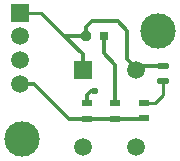
<source format=gtl>
G04*
G04 #@! TF.GenerationSoftware,Altium Limited,Altium Designer,20.1.8 (145)*
G04*
G04 Layer_Physical_Order=1*
G04 Layer_Color=255*
%FSLAX25Y25*%
%MOIN*%
G70*
G04*
G04 #@! TF.SameCoordinates,BFEF3063-9A31-45DD-9A99-A3723DEFFCFF*
G04*
G04*
G04 #@! TF.FilePolarity,Positive*
G04*
G01*
G75*
%ADD11C,0.01000*%
%ADD13R,0.03740X0.01968*%
G04:AMPARAMS|DCode=14|XSize=19.68mil|YSize=37.4mil|CornerRadius=4.92mil|HoleSize=0mil|Usage=FLASHONLY|Rotation=270.000|XOffset=0mil|YOffset=0mil|HoleType=Round|Shape=RoundedRectangle|*
%AMROUNDEDRECTD14*
21,1,0.01968,0.02756,0,0,270.0*
21,1,0.00984,0.03740,0,0,270.0*
1,1,0.00984,-0.01378,-0.00492*
1,1,0.00984,-0.01378,0.00492*
1,1,0.00984,0.01378,0.00492*
1,1,0.00984,0.01378,-0.00492*
%
%ADD14ROUNDEDRECTD14*%
G04:AMPARAMS|DCode=15|XSize=31.5mil|YSize=31.5mil|CornerRadius=7.87mil|HoleSize=0mil|Usage=FLASHONLY|Rotation=0.000|XOffset=0mil|YOffset=0mil|HoleType=Round|Shape=RoundedRectangle|*
%AMROUNDEDRECTD15*
21,1,0.03150,0.01575,0,0,0.0*
21,1,0.01575,0.03150,0,0,0.0*
1,1,0.01575,0.00787,-0.00787*
1,1,0.01575,-0.00787,-0.00787*
1,1,0.01575,-0.00787,0.00787*
1,1,0.01575,0.00787,0.00787*
%
%ADD15ROUNDEDRECTD15*%
%ADD16R,0.03150X0.03150*%
%ADD24C,0.01181*%
%ADD25C,0.11811*%
%ADD26C,0.05906*%
%ADD27R,0.05906X0.05906*%
%ADD28C,0.02362*%
D11*
X13386Y50394D02*
X20555D01*
X28141Y42807D01*
X61024Y22835D02*
Y27576D01*
X58465Y20276D02*
X61024Y22835D01*
X54724Y20276D02*
X58465D01*
D13*
X54724Y15157D02*
D03*
Y20276D02*
D03*
X35827Y20169D02*
D03*
Y15051D02*
D03*
X45276Y15051D02*
D03*
Y20169D02*
D03*
D14*
X61024Y32694D02*
D03*
Y27576D02*
D03*
D15*
X35433Y42807D02*
D03*
D16*
X41339D02*
D03*
D24*
X13386Y26772D02*
X13509Y26649D01*
X18110D01*
X35827Y15051D02*
X45276D01*
X35827Y15051D02*
X35827Y15051D01*
X55118D02*
X55118Y15051D01*
X45276Y15051D02*
X55118D01*
X41339Y36902D02*
X45276Y32965D01*
Y20169D02*
Y32965D01*
X41339Y36902D02*
Y42807D01*
X29708Y15051D02*
X35827D01*
X18110Y26649D02*
X29708Y15051D01*
X28141Y42807D02*
X34449Y36500D01*
Y31193D02*
Y36500D01*
X28141Y42807D02*
X35433D01*
X52165Y31193D02*
X53444D01*
X54839Y32588D01*
X61024D01*
X49213Y34922D02*
Y44382D01*
Y34922D02*
X52165Y31969D01*
Y31193D02*
Y31969D01*
X46063Y47532D02*
X49213Y44382D01*
X37402Y47532D02*
X46063D01*
X35433Y45563D02*
X37402Y47532D01*
X35433Y42807D02*
Y45563D01*
X35827Y20169D02*
Y23122D01*
X37008Y24303D01*
X38583D01*
D25*
X59449Y44382D02*
D03*
X14173Y8161D02*
D03*
D26*
X13386Y26772D02*
D03*
Y42520D02*
D03*
Y34646D02*
D03*
X34449Y5602D02*
D03*
X52165D02*
D03*
Y31193D02*
D03*
D27*
X13386Y50394D02*
D03*
X34449Y31193D02*
D03*
D28*
X38583Y24303D02*
D03*
M02*

</source>
